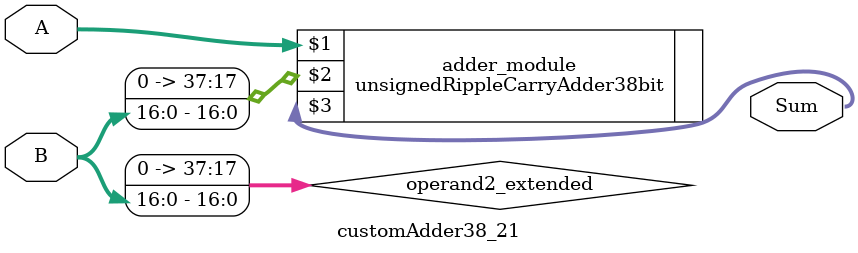
<source format=v>
module customAdder38_21(
                        input [37 : 0] A,
                        input [16 : 0] B,
                        
                        output [38 : 0] Sum
                );

        wire [37 : 0] operand2_extended;
        
        assign operand2_extended =  {21'b0, B};
        
        unsignedRippleCarryAdder38bit adder_module(
            A,
            operand2_extended,
            Sum
        );
        
        endmodule
        
</source>
